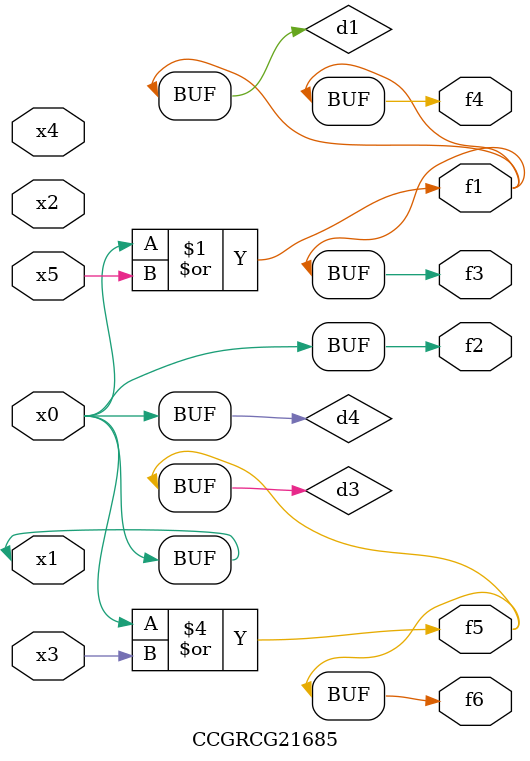
<source format=v>
module CCGRCG21685(
	input x0, x1, x2, x3, x4, x5,
	output f1, f2, f3, f4, f5, f6
);

	wire d1, d2, d3, d4;

	or (d1, x0, x5);
	xnor (d2, x1, x4);
	or (d3, x0, x3);
	buf (d4, x0, x1);
	assign f1 = d1;
	assign f2 = d4;
	assign f3 = d1;
	assign f4 = d1;
	assign f5 = d3;
	assign f6 = d3;
endmodule

</source>
